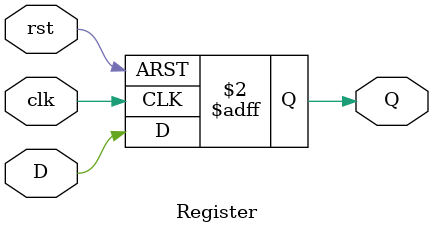
<source format=sv>
module Register(input clk, rst,
					 input D,
					 output logic Q);
												
always_ff @ (negedge clk or posedge rst)
	if (rst) Q = 0;
	else
		Q=D;

endmodule 
</source>
